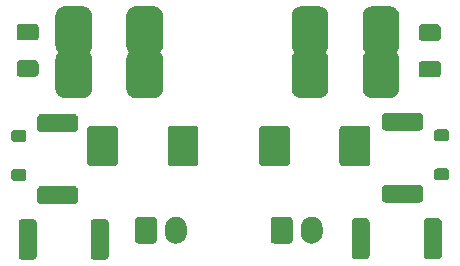
<source format=gbr>
G04 #@! TF.GenerationSoftware,KiCad,Pcbnew,7.0.8*
G04 #@! TF.CreationDate,2024-01-11T23:18:00-05:00*
G04 #@! TF.ProjectId,cm300-board,636d3330-302d-4626-9f61-72642e6b6963,rev?*
G04 #@! TF.SameCoordinates,Original*
G04 #@! TF.FileFunction,Soldermask,Top*
G04 #@! TF.FilePolarity,Negative*
%FSLAX46Y46*%
G04 Gerber Fmt 4.6, Leading zero omitted, Abs format (unit mm)*
G04 Created by KiCad (PCBNEW 7.0.8) date 2024-01-11 23:18:00*
%MOMM*%
%LPD*%
G01*
G04 APERTURE LIST*
G04 APERTURE END LIST*
G36*
X-1002607835Y1039275999D02*
G01*
X-1002597999Y1039276000D01*
X-1002529085Y1039268005D01*
X-1002513270Y1039261022D01*
X-1002505466Y1039259786D01*
X-1002472953Y1039243219D01*
X-1002427894Y1039223324D01*
X-1002349676Y1039145106D01*
X-1002329783Y1039100054D01*
X-1002313213Y1039067533D01*
X-1002311976Y1039059726D01*
X-1002304995Y1039043915D01*
X-1002297001Y1038975000D01*
X-1002297000Y1038965169D01*
X-1002297000Y1038965163D01*
X-1002297000Y1037496837D01*
X-1002297000Y1036124999D01*
X-1002304995Y1036056085D01*
X-1002311976Y1036040273D01*
X-1002313213Y1036032466D01*
X-1002329786Y1035999938D01*
X-1002349676Y1035954894D01*
X-1002427894Y1035876676D01*
X-1002472938Y1035856786D01*
X-1002505466Y1035840213D01*
X-1002513273Y1035838976D01*
X-1002529085Y1035831995D01*
X-1002598000Y1035824001D01*
X-1002607829Y1035824000D01*
X-1002607836Y1035824000D01*
X-1003488164Y1035824000D01*
X-1003498001Y1035824000D01*
X-1003566915Y1035831995D01*
X-1003582726Y1035838976D01*
X-1003590533Y1035840213D01*
X-1003623054Y1035856783D01*
X-1003668106Y1035876676D01*
X-1003746324Y1035954894D01*
X-1003766219Y1035999953D01*
X-1003782786Y1036032466D01*
X-1003784022Y1036040270D01*
X-1003791005Y1036056085D01*
X-1003798999Y1036125000D01*
X-1003798999Y1036134829D01*
X-1003799000Y1036134836D01*
X-1003799000Y1038965163D01*
X-1003798999Y1038965163D01*
X-1003799000Y1038975001D01*
X-1003791005Y1039043915D01*
X-1003784021Y1039059729D01*
X-1003782786Y1039067533D01*
X-1003766223Y1039100039D01*
X-1003746324Y1039145106D01*
X-1003668106Y1039223324D01*
X-1003623039Y1039243223D01*
X-1003590533Y1039259786D01*
X-1003582729Y1039261021D01*
X-1003566915Y1039268005D01*
X-1003498000Y1039275999D01*
X-1003488170Y1039275999D01*
X-1003488164Y1039276000D01*
X-1002607836Y1039276000D01*
X-1002607835Y1039275999D01*
G37*
G36*
X-996507835Y1039275999D02*
G01*
X-996497999Y1039276000D01*
X-996429085Y1039268005D01*
X-996413270Y1039261022D01*
X-996405466Y1039259786D01*
X-996372953Y1039243219D01*
X-996327894Y1039223324D01*
X-996249676Y1039145106D01*
X-996229783Y1039100054D01*
X-996213213Y1039067533D01*
X-996211976Y1039059726D01*
X-996204995Y1039043915D01*
X-996197001Y1038975000D01*
X-996197000Y1038965169D01*
X-996197000Y1038965163D01*
X-996197000Y1037496837D01*
X-996197000Y1036124999D01*
X-996204995Y1036056085D01*
X-996211976Y1036040273D01*
X-996213213Y1036032466D01*
X-996229786Y1035999938D01*
X-996249676Y1035954894D01*
X-996327894Y1035876676D01*
X-996372938Y1035856786D01*
X-996405466Y1035840213D01*
X-996413273Y1035838976D01*
X-996429085Y1035831995D01*
X-996498000Y1035824001D01*
X-996507829Y1035824000D01*
X-996507836Y1035824000D01*
X-997388164Y1035824000D01*
X-997398001Y1035824000D01*
X-997466915Y1035831995D01*
X-997482726Y1035838976D01*
X-997490533Y1035840213D01*
X-997523054Y1035856783D01*
X-997568106Y1035876676D01*
X-997646324Y1035954894D01*
X-997666219Y1035999953D01*
X-997682786Y1036032466D01*
X-997684022Y1036040270D01*
X-997691005Y1036056085D01*
X-997698999Y1036125000D01*
X-997698999Y1036134829D01*
X-997699000Y1036134836D01*
X-997699000Y1038965163D01*
X-997698999Y1038965163D01*
X-997699000Y1038975001D01*
X-997691005Y1039043915D01*
X-997684021Y1039059729D01*
X-997682786Y1039067533D01*
X-997666223Y1039100039D01*
X-997646324Y1039145106D01*
X-997568106Y1039223324D01*
X-997523039Y1039243223D01*
X-997490533Y1039259786D01*
X-997482729Y1039261021D01*
X-997466915Y1039268005D01*
X-997398000Y1039275999D01*
X-997388170Y1039275999D01*
X-997388164Y1039276000D01*
X-996507836Y1039276000D01*
X-996507835Y1039275999D01*
G37*
G36*
X-974409835Y1039325999D02*
G01*
X-974399999Y1039326000D01*
X-974331085Y1039318005D01*
X-974315270Y1039311022D01*
X-974307466Y1039309786D01*
X-974274953Y1039293219D01*
X-974229894Y1039273324D01*
X-974151676Y1039195106D01*
X-974131783Y1039150054D01*
X-974115213Y1039117533D01*
X-974113976Y1039109726D01*
X-974106995Y1039093915D01*
X-974099001Y1039025000D01*
X-974099000Y1039015169D01*
X-974099000Y1039015163D01*
X-974099000Y1037595656D01*
X-974099000Y1036174999D01*
X-974106995Y1036106085D01*
X-974113976Y1036090273D01*
X-974115213Y1036082466D01*
X-974131786Y1036049938D01*
X-974151676Y1036004894D01*
X-974229894Y1035926676D01*
X-974274938Y1035906786D01*
X-974307466Y1035890213D01*
X-974315273Y1035888976D01*
X-974331085Y1035881995D01*
X-974400000Y1035874001D01*
X-974409829Y1035874000D01*
X-974409836Y1035874000D01*
X-975290164Y1035874000D01*
X-975300001Y1035874000D01*
X-975368915Y1035881995D01*
X-975384726Y1035888976D01*
X-975392533Y1035890213D01*
X-975425054Y1035906783D01*
X-975470106Y1035926676D01*
X-975548324Y1036004894D01*
X-975568219Y1036049953D01*
X-975584786Y1036082466D01*
X-975586022Y1036090270D01*
X-975593005Y1036106085D01*
X-975600999Y1036175000D01*
X-975600999Y1036184829D01*
X-975601000Y1036184836D01*
X-975601000Y1039015163D01*
X-975600999Y1039015163D01*
X-975601000Y1039025001D01*
X-975593005Y1039093915D01*
X-975586021Y1039109729D01*
X-975584786Y1039117533D01*
X-975568223Y1039150039D01*
X-975548324Y1039195106D01*
X-975470106Y1039273324D01*
X-975425039Y1039293223D01*
X-975392533Y1039309786D01*
X-975384729Y1039311021D01*
X-975368915Y1039318005D01*
X-975300000Y1039325999D01*
X-975290170Y1039325999D01*
X-975290164Y1039326000D01*
X-974409836Y1039326000D01*
X-974409835Y1039325999D01*
G37*
G36*
X-968309835Y1039325999D02*
G01*
X-968299999Y1039326000D01*
X-968231085Y1039318005D01*
X-968215270Y1039311022D01*
X-968207466Y1039309786D01*
X-968174953Y1039293219D01*
X-968129894Y1039273324D01*
X-968051676Y1039195106D01*
X-968031783Y1039150054D01*
X-968015213Y1039117533D01*
X-968013976Y1039109726D01*
X-968006995Y1039093915D01*
X-967999001Y1039025000D01*
X-967999000Y1039015169D01*
X-967999000Y1039015163D01*
X-967999000Y1037595656D01*
X-967999000Y1036174999D01*
X-968006995Y1036106085D01*
X-968013976Y1036090273D01*
X-968015213Y1036082466D01*
X-968031786Y1036049938D01*
X-968051676Y1036004894D01*
X-968129894Y1035926676D01*
X-968174938Y1035906786D01*
X-968207466Y1035890213D01*
X-968215273Y1035888976D01*
X-968231085Y1035881995D01*
X-968300000Y1035874001D01*
X-968309829Y1035874000D01*
X-968309836Y1035874000D01*
X-969190164Y1035874000D01*
X-969200001Y1035874000D01*
X-969268915Y1035881995D01*
X-969284726Y1035888976D01*
X-969292533Y1035890213D01*
X-969325054Y1035906783D01*
X-969370106Y1035926676D01*
X-969448324Y1036004894D01*
X-969468219Y1036049953D01*
X-969484786Y1036082466D01*
X-969486022Y1036090270D01*
X-969493005Y1036106085D01*
X-969500999Y1036175000D01*
X-969500999Y1036184829D01*
X-969501000Y1036184836D01*
X-969501000Y1039015163D01*
X-969500999Y1039015163D01*
X-969501000Y1039025001D01*
X-969493005Y1039093915D01*
X-969486021Y1039109729D01*
X-969484786Y1039117533D01*
X-969468223Y1039150039D01*
X-969448324Y1039195106D01*
X-969370106Y1039273324D01*
X-969325039Y1039293223D01*
X-969292533Y1039309786D01*
X-969284729Y1039311021D01*
X-969268915Y1039318005D01*
X-969200000Y1039325999D01*
X-969190170Y1039325999D01*
X-969190164Y1039326000D01*
X-968309836Y1039326000D01*
X-968309835Y1039325999D01*
G37*
G36*
X-992351086Y1039470005D02*
G01*
X-992335270Y1039463021D01*
X-992327468Y1039461786D01*
X-992294967Y1039445226D01*
X-992249894Y1039425324D01*
X-992171676Y1039347106D01*
X-992151776Y1039302039D01*
X-992135213Y1039269531D01*
X-992133976Y1039261726D01*
X-992126995Y1039245914D01*
X-992119000Y1039177000D01*
X-992119000Y1037487000D01*
X-992126995Y1037418086D01*
X-992133976Y1037402274D01*
X-992135213Y1037394468D01*
X-992151780Y1037361953D01*
X-992171676Y1037316894D01*
X-992249894Y1037238676D01*
X-992294953Y1037218780D01*
X-992327468Y1037202213D01*
X-992335274Y1037200976D01*
X-992351086Y1037193995D01*
X-992420000Y1037186000D01*
X-992429836Y1037186000D01*
X-993650162Y1037186000D01*
X-993660000Y1037186000D01*
X-993728914Y1037193995D01*
X-993744726Y1037200976D01*
X-993752531Y1037202213D01*
X-993785039Y1037218776D01*
X-993830106Y1037238676D01*
X-993908324Y1037316894D01*
X-993928226Y1037361967D01*
X-993944786Y1037394468D01*
X-993946021Y1037402270D01*
X-993953005Y1037418086D01*
X-993961000Y1037487000D01*
X-993961000Y1039177000D01*
X-993953005Y1039245914D01*
X-993946021Y1039261729D01*
X-993944786Y1039269531D01*
X-993928229Y1039302024D01*
X-993908324Y1039347106D01*
X-993830106Y1039425324D01*
X-993785024Y1039445229D01*
X-993752531Y1039461786D01*
X-993744729Y1039463021D01*
X-993728914Y1039470005D01*
X-993660000Y1039478000D01*
X-992420000Y1039478000D01*
X-992351086Y1039470005D01*
G37*
G36*
X-980851086Y1039470005D02*
G01*
X-980835270Y1039463021D01*
X-980827468Y1039461786D01*
X-980794967Y1039445226D01*
X-980749894Y1039425324D01*
X-980671676Y1039347106D01*
X-980651776Y1039302039D01*
X-980635213Y1039269531D01*
X-980633976Y1039261726D01*
X-980626995Y1039245914D01*
X-980619000Y1039177000D01*
X-980619000Y1037487000D01*
X-980626995Y1037418086D01*
X-980633976Y1037402274D01*
X-980635213Y1037394468D01*
X-980651780Y1037361953D01*
X-980671676Y1037316894D01*
X-980749894Y1037238676D01*
X-980794953Y1037218780D01*
X-980827468Y1037202213D01*
X-980835274Y1037200976D01*
X-980851086Y1037193995D01*
X-980920000Y1037186000D01*
X-980929836Y1037186000D01*
X-982150162Y1037186000D01*
X-982160000Y1037186000D01*
X-982228914Y1037193995D01*
X-982244726Y1037200976D01*
X-982252531Y1037202213D01*
X-982285039Y1037218776D01*
X-982330106Y1037238676D01*
X-982408324Y1037316894D01*
X-982428226Y1037361967D01*
X-982444786Y1037394468D01*
X-982446021Y1037402270D01*
X-982453005Y1037418086D01*
X-982461000Y1037487000D01*
X-982461000Y1039177000D01*
X-982453005Y1039245914D01*
X-982446021Y1039261729D01*
X-982444786Y1039269531D01*
X-982428229Y1039302024D01*
X-982408324Y1039347106D01*
X-982330106Y1039425324D01*
X-982285024Y1039445229D01*
X-982252531Y1039461786D01*
X-982244729Y1039463021D01*
X-982228914Y1039470005D01*
X-982160000Y1039478000D01*
X-980920000Y1039478000D01*
X-980851086Y1039470005D01*
G37*
G36*
X-990454923Y1039472955D02*
G01*
X-990403729Y1039472955D01*
X-990359520Y1039463558D01*
X-990320442Y1039459709D01*
X-990271344Y1039444815D01*
X-990215395Y1039432923D01*
X-990179595Y1039416984D01*
X-990147777Y1039407332D01*
X-990097205Y1039380301D01*
X-990039500Y1039354609D01*
X-990012674Y1039335118D01*
X-989988656Y1039322281D01*
X-989939660Y1039282071D01*
X-989883731Y1039241436D01*
X-989865570Y1039221266D01*
X-989849182Y1039207817D01*
X-989805143Y1039154156D01*
X-989754895Y1039098350D01*
X-989744338Y1039080065D01*
X-989734718Y1039068343D01*
X-989699126Y1039001755D01*
X-989658625Y1038931604D01*
X-989653965Y1038917264D01*
X-989649667Y1038909222D01*
X-989625972Y1038831109D01*
X-989599126Y1038748487D01*
X-989598180Y1038739493D01*
X-989597290Y1038736557D01*
X-989588616Y1038648491D01*
X-989579000Y1038557000D01*
X-989579000Y1038107000D01*
X-989588614Y1038015523D01*
X-989597290Y1037927442D01*
X-989598180Y1037924505D01*
X-989599126Y1037915513D01*
X-989625967Y1037832904D01*
X-989649667Y1037754777D01*
X-989653966Y1037746732D01*
X-989658625Y1037732396D01*
X-989699119Y1037662256D01*
X-989734718Y1037595656D01*
X-989744340Y1037583930D01*
X-989754895Y1037565650D01*
X-989805134Y1037509853D01*
X-989849182Y1037456182D01*
X-989865573Y1037442729D01*
X-989883731Y1037422564D01*
X-989939650Y1037381936D01*
X-989988656Y1037341718D01*
X-990012679Y1037328877D01*
X-990039500Y1037309391D01*
X-990097194Y1037283703D01*
X-990147777Y1037256667D01*
X-990179602Y1037247012D01*
X-990215395Y1037231077D01*
X-990271333Y1037219186D01*
X-990320442Y1037204290D01*
X-990359529Y1037200439D01*
X-990403729Y1037191045D01*
X-990454913Y1037191045D01*
X-990500000Y1037186604D01*
X-990545087Y1037191045D01*
X-990596271Y1037191045D01*
X-990640471Y1037200440D01*
X-990679557Y1037204290D01*
X-990728663Y1037219186D01*
X-990784605Y1037231077D01*
X-990820399Y1037247013D01*
X-990852222Y1037256667D01*
X-990902799Y1037283700D01*
X-990960500Y1037309391D01*
X-990987323Y1037328879D01*
X-991011343Y1037341718D01*
X-991060341Y1037381929D01*
X-991116269Y1037422564D01*
X-991134429Y1037442732D01*
X-991150817Y1037456182D01*
X-991194854Y1037509841D01*
X-991245105Y1037565650D01*
X-991255661Y1037583934D01*
X-991265281Y1037595656D01*
X-991300867Y1037662233D01*
X-991341375Y1037732396D01*
X-991346034Y1037746737D01*
X-991350332Y1037754777D01*
X-991374017Y1037832857D01*
X-991400874Y1037915513D01*
X-991401819Y1037924510D01*
X-991402709Y1037927442D01*
X-991411377Y1038015444D01*
X-991421000Y1038107000D01*
X-991421000Y1038557000D01*
X-991411375Y1038648570D01*
X-991402709Y1038736557D01*
X-991401819Y1038739488D01*
X-991400874Y1038748487D01*
X-991374012Y1038831156D01*
X-991350332Y1038909222D01*
X-991346035Y1038917259D01*
X-991341375Y1038931604D01*
X-991300859Y1039001778D01*
X-991265281Y1039068343D01*
X-991255663Y1039080061D01*
X-991245105Y1039098350D01*
X-991194844Y1039154169D01*
X-991150817Y1039207817D01*
X-991134432Y1039221263D01*
X-991116269Y1039241436D01*
X-991060330Y1039282077D01*
X-991011343Y1039322281D01*
X-990987328Y1039335116D01*
X-990960500Y1039354609D01*
X-990902788Y1039380304D01*
X-990852222Y1039407332D01*
X-990820406Y1039416983D01*
X-990784605Y1039432923D01*
X-990728652Y1039444816D01*
X-990679557Y1039459709D01*
X-990640479Y1039463558D01*
X-990596271Y1039472955D01*
X-990545077Y1039472955D01*
X-990500000Y1039477395D01*
X-990454923Y1039472955D01*
G37*
G36*
X-978954923Y1039472955D02*
G01*
X-978903729Y1039472955D01*
X-978859520Y1039463558D01*
X-978820442Y1039459709D01*
X-978771344Y1039444815D01*
X-978715395Y1039432923D01*
X-978679595Y1039416984D01*
X-978647777Y1039407332D01*
X-978597205Y1039380301D01*
X-978539500Y1039354609D01*
X-978512674Y1039335118D01*
X-978488656Y1039322281D01*
X-978439660Y1039282071D01*
X-978383731Y1039241436D01*
X-978365570Y1039221266D01*
X-978349182Y1039207817D01*
X-978305143Y1039154156D01*
X-978254895Y1039098350D01*
X-978244338Y1039080065D01*
X-978234718Y1039068343D01*
X-978199126Y1039001755D01*
X-978158625Y1038931604D01*
X-978153965Y1038917264D01*
X-978149667Y1038909222D01*
X-978125972Y1038831109D01*
X-978099126Y1038748487D01*
X-978098180Y1038739493D01*
X-978097290Y1038736557D01*
X-978088616Y1038648491D01*
X-978079000Y1038557000D01*
X-978079000Y1038107000D01*
X-978088614Y1038015523D01*
X-978097290Y1037927442D01*
X-978098180Y1037924505D01*
X-978099126Y1037915513D01*
X-978125967Y1037832904D01*
X-978149667Y1037754777D01*
X-978153966Y1037746732D01*
X-978158625Y1037732396D01*
X-978199119Y1037662256D01*
X-978234718Y1037595656D01*
X-978244340Y1037583930D01*
X-978254895Y1037565650D01*
X-978305134Y1037509853D01*
X-978349182Y1037456182D01*
X-978365573Y1037442729D01*
X-978383731Y1037422564D01*
X-978439650Y1037381936D01*
X-978488656Y1037341718D01*
X-978512679Y1037328877D01*
X-978539500Y1037309391D01*
X-978597194Y1037283703D01*
X-978647777Y1037256667D01*
X-978679602Y1037247012D01*
X-978715395Y1037231077D01*
X-978771333Y1037219186D01*
X-978820442Y1037204290D01*
X-978859529Y1037200439D01*
X-978903729Y1037191045D01*
X-978954913Y1037191045D01*
X-979000000Y1037186604D01*
X-979045087Y1037191045D01*
X-979096271Y1037191045D01*
X-979140471Y1037200440D01*
X-979179557Y1037204290D01*
X-979228663Y1037219186D01*
X-979284605Y1037231077D01*
X-979320399Y1037247013D01*
X-979352222Y1037256667D01*
X-979402799Y1037283700D01*
X-979460500Y1037309391D01*
X-979487323Y1037328879D01*
X-979511343Y1037341718D01*
X-979560341Y1037381929D01*
X-979616269Y1037422564D01*
X-979634429Y1037442732D01*
X-979650817Y1037456182D01*
X-979694854Y1037509841D01*
X-979745105Y1037565650D01*
X-979755661Y1037583934D01*
X-979765281Y1037595656D01*
X-979800867Y1037662233D01*
X-979841375Y1037732396D01*
X-979846034Y1037746737D01*
X-979850332Y1037754777D01*
X-979874017Y1037832857D01*
X-979900874Y1037915513D01*
X-979901819Y1037924510D01*
X-979902709Y1037927442D01*
X-979911377Y1038015444D01*
X-979921000Y1038107000D01*
X-979921000Y1038557000D01*
X-979911375Y1038648570D01*
X-979902709Y1038736557D01*
X-979901819Y1038739488D01*
X-979900874Y1038748487D01*
X-979874012Y1038831156D01*
X-979850332Y1038909222D01*
X-979846035Y1038917259D01*
X-979841375Y1038931604D01*
X-979800859Y1039001778D01*
X-979765281Y1039068343D01*
X-979755663Y1039080061D01*
X-979745105Y1039098350D01*
X-979694844Y1039154169D01*
X-979650817Y1039207817D01*
X-979634432Y1039221263D01*
X-979616269Y1039241436D01*
X-979560330Y1039282077D01*
X-979511343Y1039322281D01*
X-979487328Y1039335116D01*
X-979460500Y1039354609D01*
X-979402788Y1039380304D01*
X-979352222Y1039407332D01*
X-979320406Y1039416983D01*
X-979284605Y1039432923D01*
X-979228652Y1039444816D01*
X-979179557Y1039459709D01*
X-979140479Y1039463558D01*
X-979096271Y1039472955D01*
X-979045077Y1039472955D01*
X-979000000Y1039477395D01*
X-978954923Y1039472955D01*
G37*
G36*
X-999090835Y1042050999D02*
G01*
X-999080999Y1042051000D01*
X-999012085Y1042043005D01*
X-998996270Y1042036022D01*
X-998988466Y1042034786D01*
X-998955953Y1042018219D01*
X-998910894Y1041998324D01*
X-998832676Y1041920106D01*
X-998812783Y1041875054D01*
X-998796213Y1041842533D01*
X-998794976Y1041834726D01*
X-998787995Y1041818915D01*
X-998780001Y1041750000D01*
X-998780000Y1041740169D01*
X-998780000Y1041740163D01*
X-998780000Y1040959836D01*
X-998780000Y1040849999D01*
X-998787995Y1040781085D01*
X-998794976Y1040765273D01*
X-998796213Y1040757466D01*
X-998812786Y1040724938D01*
X-998832676Y1040679894D01*
X-998910894Y1040601676D01*
X-998955938Y1040581786D01*
X-998988466Y1040565213D01*
X-998996273Y1040563976D01*
X-999012085Y1040556995D01*
X-999081000Y1040549001D01*
X-999090829Y1040549000D01*
X-999090836Y1040549000D01*
X-1001921164Y1040549000D01*
X-1001931001Y1040549000D01*
X-1001999915Y1040556995D01*
X-1002015726Y1040563976D01*
X-1002023533Y1040565213D01*
X-1002056054Y1040581783D01*
X-1002101106Y1040601676D01*
X-1002179324Y1040679894D01*
X-1002199219Y1040724953D01*
X-1002215786Y1040757466D01*
X-1002217022Y1040765270D01*
X-1002224005Y1040781085D01*
X-1002231999Y1040850000D01*
X-1002231999Y1040859829D01*
X-1002232000Y1040859836D01*
X-1002232000Y1041740163D01*
X-1002231999Y1041740163D01*
X-1002232000Y1041750001D01*
X-1002224005Y1041818915D01*
X-1002217021Y1041834729D01*
X-1002215786Y1041842533D01*
X-1002199223Y1041875039D01*
X-1002179324Y1041920106D01*
X-1002101106Y1041998324D01*
X-1002056039Y1042018223D01*
X-1002023533Y1042034786D01*
X-1002015729Y1042036021D01*
X-1001999915Y1042043005D01*
X-1001931000Y1042050999D01*
X-1001921170Y1042050999D01*
X-1001921164Y1042051000D01*
X-999090836Y1042051000D01*
X-999090835Y1042050999D01*
G37*
G36*
X-969880835Y1042150999D02*
G01*
X-969870999Y1042151000D01*
X-969802085Y1042143005D01*
X-969786270Y1042136022D01*
X-969778466Y1042134786D01*
X-969745953Y1042118219D01*
X-969700894Y1042098324D01*
X-969622676Y1042020106D01*
X-969602783Y1041975054D01*
X-969586213Y1041942533D01*
X-969584976Y1041934726D01*
X-969577995Y1041918915D01*
X-969570001Y1041850000D01*
X-969570000Y1041840169D01*
X-969570000Y1041840163D01*
X-969570000Y1040959836D01*
X-969570000Y1040949999D01*
X-969577995Y1040881085D01*
X-969584976Y1040865273D01*
X-969586213Y1040857466D01*
X-969602786Y1040824938D01*
X-969622676Y1040779894D01*
X-969700894Y1040701676D01*
X-969745938Y1040681786D01*
X-969778466Y1040665213D01*
X-969786273Y1040663976D01*
X-969802085Y1040656995D01*
X-969871000Y1040649001D01*
X-969880829Y1040649000D01*
X-969880836Y1040649000D01*
X-972711164Y1040649000D01*
X-972721001Y1040649000D01*
X-972789915Y1040656995D01*
X-972805726Y1040663976D01*
X-972813533Y1040665213D01*
X-972846054Y1040681783D01*
X-972891106Y1040701676D01*
X-972969324Y1040779894D01*
X-972989219Y1040824953D01*
X-973005786Y1040857466D01*
X-973007022Y1040865270D01*
X-973014005Y1040881085D01*
X-973021999Y1040950000D01*
X-973021999Y1040959829D01*
X-973022000Y1040959836D01*
X-973022000Y1041840163D01*
X-973021999Y1041840163D01*
X-973022000Y1041850001D01*
X-973014005Y1041918915D01*
X-973007021Y1041934729D01*
X-973005786Y1041942533D01*
X-972989223Y1041975039D01*
X-972969324Y1042020106D01*
X-972891106Y1042098324D01*
X-972846039Y1042118223D01*
X-972813533Y1042134786D01*
X-972805729Y1042136021D01*
X-972789915Y1042143005D01*
X-972721000Y1042150999D01*
X-972711170Y1042150999D01*
X-972711164Y1042151000D01*
X-969880836Y1042151000D01*
X-969880835Y1042150999D01*
G37*
G36*
X-1003394545Y1043493351D02*
G01*
X-1003348193Y1043486010D01*
X-1003342144Y1043482927D01*
X-1003327379Y1043479991D01*
X-1003298471Y1043460674D01*
X-1003271688Y1043447028D01*
X-1003258881Y1043434221D01*
X-1003237839Y1043420161D01*
X-1003223778Y1043399118D01*
X-1003210971Y1043386311D01*
X-1003197323Y1043359525D01*
X-1003178009Y1043330621D01*
X-1003175072Y1043315857D01*
X-1003171989Y1043309806D01*
X-1003164644Y1043263433D01*
X-1003157000Y1043225000D01*
X-1003157000Y1042775000D01*
X-1003164644Y1042736570D01*
X-1003171989Y1042690193D01*
X-1003175072Y1042684141D01*
X-1003178009Y1042669379D01*
X-1003197320Y1042640477D01*
X-1003210971Y1042613688D01*
X-1003223780Y1042600878D01*
X-1003237839Y1042579839D01*
X-1003258878Y1042565780D01*
X-1003271688Y1042552971D01*
X-1003298477Y1042539320D01*
X-1003327379Y1042520009D01*
X-1003342141Y1042517072D01*
X-1003348193Y1042513989D01*
X-1003394570Y1042506644D01*
X-1003433000Y1042499000D01*
X-1003442836Y1042499000D01*
X-1004173163Y1042499000D01*
X-1004183000Y1042499000D01*
X-1004221433Y1042506644D01*
X-1004267806Y1042513989D01*
X-1004273857Y1042517072D01*
X-1004288621Y1042520009D01*
X-1004317525Y1042539323D01*
X-1004344311Y1042552971D01*
X-1004357118Y1042565778D01*
X-1004378161Y1042579839D01*
X-1004392221Y1042600881D01*
X-1004405028Y1042613688D01*
X-1004418674Y1042640471D01*
X-1004437991Y1042669379D01*
X-1004440927Y1042684144D01*
X-1004444010Y1042690193D01*
X-1004451351Y1042736545D01*
X-1004459000Y1042775000D01*
X-1004459000Y1043225000D01*
X-1004451350Y1043263458D01*
X-1004444010Y1043309806D01*
X-1004440928Y1043315854D01*
X-1004437991Y1043330621D01*
X-1004418672Y1043359532D01*
X-1004405028Y1043386311D01*
X-1004392223Y1043399115D01*
X-1004378161Y1043420161D01*
X-1004357115Y1043434223D01*
X-1004344311Y1043447028D01*
X-1004317532Y1043460672D01*
X-1004288621Y1043479991D01*
X-1004273854Y1043482928D01*
X-1004267806Y1043486010D01*
X-1004221458Y1043493350D01*
X-1004183000Y1043501000D01*
X-1003433000Y1043501000D01*
X-1003394545Y1043493351D01*
G37*
G36*
X-967580545Y1043548351D02*
G01*
X-967534193Y1043541010D01*
X-967528144Y1043537927D01*
X-967513379Y1043534991D01*
X-967484471Y1043515674D01*
X-967457688Y1043502028D01*
X-967444881Y1043489221D01*
X-967423839Y1043475161D01*
X-967409778Y1043454118D01*
X-967396971Y1043441311D01*
X-967383323Y1043414525D01*
X-967364009Y1043385621D01*
X-967361072Y1043370857D01*
X-967357989Y1043364806D01*
X-967350644Y1043318433D01*
X-967343000Y1043280000D01*
X-967343000Y1042830000D01*
X-967350644Y1042791570D01*
X-967357989Y1042745193D01*
X-967361072Y1042739141D01*
X-967364009Y1042724379D01*
X-967383320Y1042695477D01*
X-967396971Y1042668688D01*
X-967409780Y1042655878D01*
X-967423839Y1042634839D01*
X-967444878Y1042620780D01*
X-967457688Y1042607971D01*
X-967484477Y1042594320D01*
X-967513379Y1042575009D01*
X-967528141Y1042572072D01*
X-967534193Y1042568989D01*
X-967580570Y1042561644D01*
X-967619000Y1042554000D01*
X-967628836Y1042554000D01*
X-968359163Y1042554000D01*
X-968369000Y1042554000D01*
X-968407433Y1042561644D01*
X-968453806Y1042568989D01*
X-968459857Y1042572072D01*
X-968474621Y1042575009D01*
X-968503525Y1042594323D01*
X-968530311Y1042607971D01*
X-968543118Y1042620778D01*
X-968564161Y1042634839D01*
X-968578221Y1042655881D01*
X-968591028Y1042668688D01*
X-968604674Y1042695471D01*
X-968623991Y1042724379D01*
X-968626927Y1042739144D01*
X-968630010Y1042745193D01*
X-968637351Y1042791545D01*
X-968645000Y1042830000D01*
X-968645000Y1043280000D01*
X-968637350Y1043318458D01*
X-968630010Y1043364806D01*
X-968626928Y1043370854D01*
X-968623991Y1043385621D01*
X-968604672Y1043414532D01*
X-968591028Y1043441311D01*
X-968578223Y1043454115D01*
X-968564161Y1043475161D01*
X-968543115Y1043489223D01*
X-968530311Y1043502028D01*
X-968503532Y1043515672D01*
X-968474621Y1043534991D01*
X-968459854Y1043537928D01*
X-968453806Y1043541010D01*
X-968407458Y1043548350D01*
X-968369000Y1043556000D01*
X-967619000Y1043556000D01*
X-967580545Y1043548351D01*
G37*
G36*
X-995631086Y1047157005D02*
G01*
X-995615270Y1047150021D01*
X-995607468Y1047148786D01*
X-995574967Y1047132226D01*
X-995529894Y1047112324D01*
X-995451676Y1047034106D01*
X-995431776Y1046989039D01*
X-995415213Y1046956531D01*
X-995413976Y1046948726D01*
X-995406995Y1046932914D01*
X-995399000Y1046864000D01*
X-995399000Y1044064000D01*
X-995406995Y1043995086D01*
X-995413976Y1043979274D01*
X-995415213Y1043971468D01*
X-995431780Y1043938953D01*
X-995451676Y1043893894D01*
X-995529894Y1043815676D01*
X-995574953Y1043795780D01*
X-995607468Y1043779213D01*
X-995615274Y1043777976D01*
X-995631086Y1043770995D01*
X-995700000Y1043763000D01*
X-995709836Y1043763000D01*
X-997690162Y1043763000D01*
X-997700000Y1043763000D01*
X-997768914Y1043770995D01*
X-997784726Y1043777976D01*
X-997792531Y1043779213D01*
X-997825039Y1043795776D01*
X-997870106Y1043815676D01*
X-997948324Y1043893894D01*
X-997968226Y1043938967D01*
X-997984786Y1043971468D01*
X-997986021Y1043979270D01*
X-997993005Y1043995086D01*
X-998001000Y1044064000D01*
X-998001000Y1046864000D01*
X-997993005Y1046932914D01*
X-997986021Y1046948729D01*
X-997984786Y1046956531D01*
X-997968229Y1046989024D01*
X-997948324Y1047034106D01*
X-997870106Y1047112324D01*
X-997825024Y1047132229D01*
X-997792531Y1047148786D01*
X-997784729Y1047150021D01*
X-997768914Y1047157005D01*
X-997700000Y1047165000D01*
X-995700000Y1047165000D01*
X-995631086Y1047157005D01*
G37*
G36*
X-988831086Y1047157005D02*
G01*
X-988815270Y1047150021D01*
X-988807468Y1047148786D01*
X-988774967Y1047132226D01*
X-988729894Y1047112324D01*
X-988651676Y1047034106D01*
X-988631776Y1046989039D01*
X-988615213Y1046956531D01*
X-988613976Y1046948726D01*
X-988606995Y1046932914D01*
X-988599000Y1046864000D01*
X-988599000Y1044064000D01*
X-988606995Y1043995086D01*
X-988613976Y1043979274D01*
X-988615213Y1043971468D01*
X-988631780Y1043938953D01*
X-988651676Y1043893894D01*
X-988729894Y1043815676D01*
X-988774953Y1043795780D01*
X-988807468Y1043779213D01*
X-988815274Y1043777976D01*
X-988831086Y1043770995D01*
X-988900000Y1043763000D01*
X-988909836Y1043763000D01*
X-990890162Y1043763000D01*
X-990900000Y1043763000D01*
X-990968914Y1043770995D01*
X-990984726Y1043777976D01*
X-990992531Y1043779213D01*
X-991025039Y1043795776D01*
X-991070106Y1043815676D01*
X-991148324Y1043893894D01*
X-991168226Y1043938967D01*
X-991184786Y1043971468D01*
X-991186021Y1043979270D01*
X-991193005Y1043995086D01*
X-991201000Y1044064000D01*
X-991201000Y1046864000D01*
X-991193005Y1046932914D01*
X-991186021Y1046948729D01*
X-991184786Y1046956531D01*
X-991168229Y1046989024D01*
X-991148324Y1047034106D01*
X-991070106Y1047112324D01*
X-991025024Y1047132229D01*
X-990992531Y1047148786D01*
X-990984729Y1047150021D01*
X-990968914Y1047157005D01*
X-990900000Y1047165000D01*
X-988900000Y1047165000D01*
X-988831086Y1047157005D01*
G37*
G36*
X-981081086Y1047157005D02*
G01*
X-981065270Y1047150021D01*
X-981057468Y1047148786D01*
X-981024967Y1047132226D01*
X-980979894Y1047112324D01*
X-980901676Y1047034106D01*
X-980881776Y1046989039D01*
X-980865213Y1046956531D01*
X-980863976Y1046948726D01*
X-980856995Y1046932914D01*
X-980849000Y1046864000D01*
X-980849000Y1044064000D01*
X-980856995Y1043995086D01*
X-980863976Y1043979274D01*
X-980865213Y1043971468D01*
X-980881780Y1043938953D01*
X-980901676Y1043893894D01*
X-980979894Y1043815676D01*
X-981024953Y1043795780D01*
X-981057468Y1043779213D01*
X-981065274Y1043777976D01*
X-981081086Y1043770995D01*
X-981150000Y1043763000D01*
X-981159836Y1043763000D01*
X-983140162Y1043763000D01*
X-983150000Y1043763000D01*
X-983218914Y1043770995D01*
X-983234726Y1043777976D01*
X-983242531Y1043779213D01*
X-983275039Y1043795776D01*
X-983320106Y1043815676D01*
X-983398324Y1043893894D01*
X-983418226Y1043938967D01*
X-983434786Y1043971468D01*
X-983436021Y1043979270D01*
X-983443005Y1043995086D01*
X-983451000Y1044064000D01*
X-983451000Y1046864000D01*
X-983443005Y1046932914D01*
X-983436021Y1046948729D01*
X-983434786Y1046956531D01*
X-983418229Y1046989024D01*
X-983398324Y1047034106D01*
X-983320106Y1047112324D01*
X-983275024Y1047132229D01*
X-983242531Y1047148786D01*
X-983234729Y1047150021D01*
X-983218914Y1047157005D01*
X-983150000Y1047165000D01*
X-981150000Y1047165000D01*
X-981081086Y1047157005D01*
G37*
G36*
X-974281086Y1047157005D02*
G01*
X-974265270Y1047150021D01*
X-974257468Y1047148786D01*
X-974224967Y1047132226D01*
X-974179894Y1047112324D01*
X-974101676Y1047034106D01*
X-974081776Y1046989039D01*
X-974065213Y1046956531D01*
X-974063976Y1046948726D01*
X-974056995Y1046932914D01*
X-974049000Y1046864000D01*
X-974049000Y1044064000D01*
X-974056995Y1043995086D01*
X-974063976Y1043979274D01*
X-974065213Y1043971468D01*
X-974081780Y1043938953D01*
X-974101676Y1043893894D01*
X-974179894Y1043815676D01*
X-974224953Y1043795780D01*
X-974257468Y1043779213D01*
X-974265274Y1043777976D01*
X-974281086Y1043770995D01*
X-974350000Y1043763000D01*
X-974359836Y1043763000D01*
X-976340162Y1043763000D01*
X-976350000Y1043763000D01*
X-976418914Y1043770995D01*
X-976434726Y1043777976D01*
X-976442531Y1043779213D01*
X-976475039Y1043795776D01*
X-976520106Y1043815676D01*
X-976598324Y1043893894D01*
X-976618226Y1043938967D01*
X-976634786Y1043971468D01*
X-976636021Y1043979270D01*
X-976643005Y1043995086D01*
X-976651000Y1044064000D01*
X-976651000Y1046864000D01*
X-976643005Y1046932914D01*
X-976636021Y1046948729D01*
X-976634786Y1046956531D01*
X-976618229Y1046989024D01*
X-976598324Y1047034106D01*
X-976520106Y1047112324D01*
X-976475024Y1047132229D01*
X-976442531Y1047148786D01*
X-976434729Y1047150021D01*
X-976418914Y1047157005D01*
X-976350000Y1047165000D01*
X-974350000Y1047165000D01*
X-974281086Y1047157005D01*
G37*
G36*
X-1003394545Y1046793351D02*
G01*
X-1003348193Y1046786010D01*
X-1003342144Y1046782927D01*
X-1003327379Y1046779991D01*
X-1003298471Y1046760674D01*
X-1003271688Y1046747028D01*
X-1003258881Y1046734221D01*
X-1003237839Y1046720161D01*
X-1003223778Y1046699118D01*
X-1003210971Y1046686311D01*
X-1003197323Y1046659525D01*
X-1003178009Y1046630621D01*
X-1003175072Y1046615857D01*
X-1003171989Y1046609806D01*
X-1003164644Y1046563433D01*
X-1003157000Y1046525000D01*
X-1003157000Y1046075000D01*
X-1003164644Y1046036570D01*
X-1003171989Y1045990193D01*
X-1003175072Y1045984141D01*
X-1003178009Y1045969379D01*
X-1003197320Y1045940477D01*
X-1003210971Y1045913688D01*
X-1003223780Y1045900878D01*
X-1003237839Y1045879839D01*
X-1003258878Y1045865780D01*
X-1003271688Y1045852971D01*
X-1003298477Y1045839320D01*
X-1003327379Y1045820009D01*
X-1003342141Y1045817072D01*
X-1003348193Y1045813989D01*
X-1003394570Y1045806644D01*
X-1003433000Y1045799000D01*
X-1003442836Y1045799000D01*
X-1004173163Y1045799000D01*
X-1004183000Y1045799000D01*
X-1004221433Y1045806644D01*
X-1004267806Y1045813989D01*
X-1004273857Y1045817072D01*
X-1004288621Y1045820009D01*
X-1004317525Y1045839323D01*
X-1004344311Y1045852971D01*
X-1004357118Y1045865778D01*
X-1004378161Y1045879839D01*
X-1004392221Y1045900881D01*
X-1004405028Y1045913688D01*
X-1004418674Y1045940471D01*
X-1004437991Y1045969379D01*
X-1004440927Y1045984144D01*
X-1004444010Y1045990193D01*
X-1004451351Y1046036545D01*
X-1004459000Y1046075000D01*
X-1004459000Y1046525000D01*
X-1004451350Y1046563458D01*
X-1004444010Y1046609806D01*
X-1004440928Y1046615854D01*
X-1004437991Y1046630621D01*
X-1004418672Y1046659532D01*
X-1004405028Y1046686311D01*
X-1004392223Y1046699115D01*
X-1004378161Y1046720161D01*
X-1004357115Y1046734223D01*
X-1004344311Y1046747028D01*
X-1004317532Y1046760672D01*
X-1004288621Y1046779991D01*
X-1004273854Y1046782928D01*
X-1004267806Y1046786010D01*
X-1004221458Y1046793350D01*
X-1004183000Y1046801000D01*
X-1003433000Y1046801000D01*
X-1003394545Y1046793351D01*
G37*
G36*
X-967580545Y1046848351D02*
G01*
X-967534193Y1046841010D01*
X-967528144Y1046837927D01*
X-967513379Y1046834991D01*
X-967484471Y1046815674D01*
X-967457688Y1046802028D01*
X-967444881Y1046789221D01*
X-967423839Y1046775161D01*
X-967409778Y1046754118D01*
X-967396971Y1046741311D01*
X-967383323Y1046714525D01*
X-967364009Y1046685621D01*
X-967361072Y1046670857D01*
X-967357989Y1046664806D01*
X-967350644Y1046618433D01*
X-967343000Y1046580000D01*
X-967343000Y1046130000D01*
X-967350644Y1046091570D01*
X-967357989Y1046045193D01*
X-967361072Y1046039141D01*
X-967364009Y1046024379D01*
X-967383320Y1045995477D01*
X-967396971Y1045968688D01*
X-967409780Y1045955878D01*
X-967423839Y1045934839D01*
X-967444878Y1045920780D01*
X-967457688Y1045907971D01*
X-967484477Y1045894320D01*
X-967513379Y1045875009D01*
X-967528141Y1045872072D01*
X-967534193Y1045868989D01*
X-967580570Y1045861644D01*
X-967619000Y1045854000D01*
X-967628836Y1045854000D01*
X-968359163Y1045854000D01*
X-968369000Y1045854000D01*
X-968407433Y1045861644D01*
X-968453806Y1045868989D01*
X-968459857Y1045872072D01*
X-968474621Y1045875009D01*
X-968503525Y1045894323D01*
X-968530311Y1045907971D01*
X-968543118Y1045920778D01*
X-968564161Y1045934839D01*
X-968578221Y1045955881D01*
X-968591028Y1045968688D01*
X-968604674Y1045995471D01*
X-968623991Y1046024379D01*
X-968626927Y1046039144D01*
X-968630010Y1046045193D01*
X-968637351Y1046091545D01*
X-968645000Y1046130000D01*
X-968645000Y1046580000D01*
X-968637350Y1046618458D01*
X-968630010Y1046664806D01*
X-968626928Y1046670854D01*
X-968623991Y1046685621D01*
X-968604672Y1046714532D01*
X-968591028Y1046741311D01*
X-968578223Y1046754115D01*
X-968564161Y1046775161D01*
X-968543115Y1046789223D01*
X-968530311Y1046802028D01*
X-968503532Y1046815672D01*
X-968474621Y1046834991D01*
X-968459854Y1046837928D01*
X-968453806Y1046841010D01*
X-968407458Y1046848350D01*
X-968369000Y1046856000D01*
X-967619000Y1046856000D01*
X-967580545Y1046848351D01*
G37*
G36*
X-999090835Y1048150999D02*
G01*
X-999080999Y1048151000D01*
X-999012085Y1048143005D01*
X-998996270Y1048136022D01*
X-998988466Y1048134786D01*
X-998955953Y1048118219D01*
X-998910894Y1048098324D01*
X-998832676Y1048020106D01*
X-998812783Y1047975054D01*
X-998796213Y1047942533D01*
X-998794976Y1047934726D01*
X-998787995Y1047918915D01*
X-998780001Y1047850000D01*
X-998780000Y1047840169D01*
X-998780000Y1047840163D01*
X-998780000Y1047165000D01*
X-998780000Y1046949999D01*
X-998787995Y1046881085D01*
X-998794976Y1046865273D01*
X-998796213Y1046857466D01*
X-998812786Y1046824938D01*
X-998832676Y1046779894D01*
X-998910894Y1046701676D01*
X-998955938Y1046681786D01*
X-998988466Y1046665213D01*
X-998996273Y1046663976D01*
X-999012085Y1046656995D01*
X-999081000Y1046649001D01*
X-999090829Y1046649000D01*
X-999090836Y1046649000D01*
X-1001921164Y1046649000D01*
X-1001931001Y1046649000D01*
X-1001999915Y1046656995D01*
X-1002015726Y1046663976D01*
X-1002023533Y1046665213D01*
X-1002056054Y1046681783D01*
X-1002101106Y1046701676D01*
X-1002179324Y1046779894D01*
X-1002199219Y1046824953D01*
X-1002215786Y1046857466D01*
X-1002217022Y1046865270D01*
X-1002224005Y1046881085D01*
X-1002231999Y1046950000D01*
X-1002231999Y1046959829D01*
X-1002232000Y1046959836D01*
X-1002232000Y1047840163D01*
X-1002231999Y1047840163D01*
X-1002232000Y1047850001D01*
X-1002224005Y1047918915D01*
X-1002217021Y1047934729D01*
X-1002215786Y1047942533D01*
X-1002199223Y1047975039D01*
X-1002179324Y1048020106D01*
X-1002101106Y1048098324D01*
X-1002056039Y1048118223D01*
X-1002023533Y1048134786D01*
X-1002015729Y1048136021D01*
X-1001999915Y1048143005D01*
X-1001931000Y1048150999D01*
X-1001921170Y1048150999D01*
X-1001921164Y1048151000D01*
X-999090836Y1048151000D01*
X-999090835Y1048150999D01*
G37*
G36*
X-969880835Y1048250999D02*
G01*
X-969870999Y1048251000D01*
X-969802085Y1048243005D01*
X-969786270Y1048236022D01*
X-969778466Y1048234786D01*
X-969745953Y1048218219D01*
X-969700894Y1048198324D01*
X-969622676Y1048120106D01*
X-969602783Y1048075054D01*
X-969586213Y1048042533D01*
X-969584976Y1048034726D01*
X-969577995Y1048018915D01*
X-969570001Y1047950000D01*
X-969570000Y1047940169D01*
X-969570000Y1047940163D01*
X-969570000Y1047165000D01*
X-969570000Y1047049999D01*
X-969577995Y1046981085D01*
X-969584976Y1046965273D01*
X-969586213Y1046957466D01*
X-969602786Y1046924938D01*
X-969622676Y1046879894D01*
X-969700894Y1046801676D01*
X-969745938Y1046781786D01*
X-969778466Y1046765213D01*
X-969786273Y1046763976D01*
X-969802085Y1046756995D01*
X-969871000Y1046749001D01*
X-969880829Y1046749000D01*
X-969880836Y1046749000D01*
X-972711164Y1046749000D01*
X-972721001Y1046749000D01*
X-972789915Y1046756995D01*
X-972805726Y1046763976D01*
X-972813533Y1046765213D01*
X-972846054Y1046781783D01*
X-972891106Y1046801676D01*
X-972969324Y1046879894D01*
X-972989219Y1046924953D01*
X-973005786Y1046957466D01*
X-973007022Y1046965270D01*
X-973014005Y1046981085D01*
X-973021999Y1047050000D01*
X-973021999Y1047059829D01*
X-973022000Y1047059836D01*
X-973022000Y1047940163D01*
X-973021999Y1047940163D01*
X-973022000Y1047950001D01*
X-973014005Y1048018915D01*
X-973007021Y1048034729D01*
X-973005786Y1048042533D01*
X-972989223Y1048075039D01*
X-972969324Y1048120106D01*
X-972891106Y1048198324D01*
X-972846039Y1048218223D01*
X-972813533Y1048234786D01*
X-972805729Y1048236021D01*
X-972789915Y1048243005D01*
X-972721000Y1048250999D01*
X-972711170Y1048250999D01*
X-972711164Y1048251000D01*
X-969880836Y1048251000D01*
X-969880835Y1048250999D01*
G37*
G36*
X-998378584Y1057269713D02*
G01*
X-998266398Y1057260885D01*
X-998241849Y1057254307D01*
X-998211761Y1057250917D01*
X-998154762Y1057230972D01*
X-998103195Y1057217155D01*
X-998076714Y1057203662D01*
X-998042459Y1057191676D01*
X-997996443Y1057162762D01*
X-997954115Y1057141195D01*
X-997926397Y1057118749D01*
X-997890585Y1057096247D01*
X-997856421Y1057062083D01*
X-997824094Y1057035905D01*
X-997797915Y1057003577D01*
X-997763753Y1056969415D01*
X-997741251Y1056933603D01*
X-997718804Y1056905884D01*
X-997697235Y1056863552D01*
X-997668324Y1056817541D01*
X-997656338Y1056783289D01*
X-997642844Y1056756804D01*
X-997629024Y1056705229D01*
X-997609083Y1056648239D01*
X-997605693Y1056618155D01*
X-997599114Y1056593601D01*
X-997590282Y1056481386D01*
X-997589000Y1056470000D01*
X-997589000Y1053970000D01*
X-997590282Y1053958613D01*
X-997599114Y1053846398D01*
X-997605693Y1053821842D01*
X-997609083Y1053791761D01*
X-997629023Y1053734774D01*
X-997642844Y1053683195D01*
X-997656339Y1053656708D01*
X-997668324Y1053622459D01*
X-997697234Y1053576448D01*
X-997718803Y1053534118D01*
X-997741250Y1053506398D01*
X-997763753Y1053470585D01*
X-997797913Y1053436424D01*
X-997799663Y1053434264D01*
X-997799663Y1053345736D01*
X-997797913Y1053343575D01*
X-997763753Y1053309415D01*
X-997741248Y1053273598D01*
X-997718803Y1053245881D01*
X-997697237Y1053203555D01*
X-997668324Y1053157541D01*
X-997656338Y1053123288D01*
X-997642844Y1053096804D01*
X-997629024Y1053045229D01*
X-997609083Y1052988239D01*
X-997605693Y1052958155D01*
X-997599114Y1052933601D01*
X-997590282Y1052821386D01*
X-997589000Y1052810000D01*
X-997589000Y1050310000D01*
X-997590282Y1050298613D01*
X-997599114Y1050186398D01*
X-997605693Y1050161842D01*
X-997609083Y1050131761D01*
X-997629023Y1050074774D01*
X-997642844Y1050023195D01*
X-997656339Y1049996707D01*
X-997668324Y1049962459D01*
X-997697232Y1049916451D01*
X-997718804Y1049874115D01*
X-997741254Y1049846391D01*
X-997763753Y1049810585D01*
X-997797910Y1049776427D01*
X-997824094Y1049744094D01*
X-997856427Y1049717910D01*
X-997890585Y1049683753D01*
X-997926391Y1049661254D01*
X-997954115Y1049638804D01*
X-997996451Y1049617232D01*
X-998042459Y1049588324D01*
X-998076707Y1049576339D01*
X-998103195Y1049562844D01*
X-998154774Y1049549023D01*
X-998211761Y1049529083D01*
X-998241842Y1049525693D01*
X-998266398Y1049519114D01*
X-998378615Y1049510282D01*
X-998390000Y1049509000D01*
X-998394915Y1049509000D01*
X-999885083Y1049509000D01*
X-999890000Y1049509000D01*
X-999901388Y1049510283D01*
X-1000013601Y1049519114D01*
X-1000038155Y1049525693D01*
X-1000068239Y1049529083D01*
X-1000125229Y1049549024D01*
X-1000176804Y1049562844D01*
X-1000203289Y1049576338D01*
X-1000237541Y1049588324D01*
X-1000283552Y1049617235D01*
X-1000325884Y1049638804D01*
X-1000353603Y1049661251D01*
X-1000389415Y1049683753D01*
X-1000423577Y1049717915D01*
X-1000455905Y1049744094D01*
X-1000482083Y1049776421D01*
X-1000516247Y1049810585D01*
X-1000538749Y1049846397D01*
X-1000561195Y1049874115D01*
X-1000582762Y1049916443D01*
X-1000611676Y1049962459D01*
X-1000623662Y1049996714D01*
X-1000637155Y1050023195D01*
X-1000650972Y1050074762D01*
X-1000670917Y1050131761D01*
X-1000674307Y1050161849D01*
X-1000680885Y1050186398D01*
X-1000689713Y1050298586D01*
X-1000691000Y1050310000D01*
X-1000691000Y1052810000D01*
X-1000689713Y1052821417D01*
X-1000680885Y1052933601D01*
X-1000674307Y1052958149D01*
X-1000670917Y1052988239D01*
X-1000650971Y1053045241D01*
X-1000637155Y1053096804D01*
X-1000623663Y1053123282D01*
X-1000611676Y1053157541D01*
X-1000582757Y1053203564D01*
X-1000561196Y1053245881D01*
X-1000538756Y1053273591D01*
X-1000516247Y1053309415D01*
X-1000482077Y1053343584D01*
X-1000480336Y1053345735D01*
X-1000480336Y1053434265D01*
X-1000482077Y1053436415D01*
X-1000516247Y1053470585D01*
X-1000538754Y1053506404D01*
X-1000561196Y1053534118D01*
X-1000582760Y1053576439D01*
X-1000611676Y1053622459D01*
X-1000623662Y1053656714D01*
X-1000637155Y1053683195D01*
X-1000650972Y1053734762D01*
X-1000670917Y1053791761D01*
X-1000674307Y1053821849D01*
X-1000680885Y1053846398D01*
X-1000689713Y1053958586D01*
X-1000691000Y1053970000D01*
X-1000691000Y1056470000D01*
X-1000689713Y1056481417D01*
X-1000680885Y1056593601D01*
X-1000674307Y1056618149D01*
X-1000670917Y1056648239D01*
X-1000650971Y1056705241D01*
X-1000637155Y1056756804D01*
X-1000623663Y1056783282D01*
X-1000611676Y1056817541D01*
X-1000582759Y1056863561D01*
X-1000561195Y1056905884D01*
X-1000538752Y1056933598D01*
X-1000516247Y1056969415D01*
X-1000482079Y1057003582D01*
X-1000455905Y1057035905D01*
X-1000423582Y1057062079D01*
X-1000389415Y1057096247D01*
X-1000353598Y1057118752D01*
X-1000325884Y1057141195D01*
X-1000283561Y1057162759D01*
X-1000237541Y1057191676D01*
X-1000203282Y1057203663D01*
X-1000176804Y1057217155D01*
X-1000125241Y1057230971D01*
X-1000068239Y1057250917D01*
X-1000038149Y1057254307D01*
X-1000013601Y1057260885D01*
X-999901415Y1057269713D01*
X-999890000Y1057271000D01*
X-998390000Y1057271000D01*
X-998378584Y1057269713D01*
G37*
G36*
X-992378584Y1057269713D02*
G01*
X-992266398Y1057260885D01*
X-992241849Y1057254307D01*
X-992211761Y1057250917D01*
X-992154762Y1057230972D01*
X-992103195Y1057217155D01*
X-992076714Y1057203662D01*
X-992042459Y1057191676D01*
X-991996443Y1057162762D01*
X-991954115Y1057141195D01*
X-991926397Y1057118749D01*
X-991890585Y1057096247D01*
X-991856421Y1057062083D01*
X-991824094Y1057035905D01*
X-991797915Y1057003577D01*
X-991763753Y1056969415D01*
X-991741251Y1056933603D01*
X-991718804Y1056905884D01*
X-991697235Y1056863552D01*
X-991668324Y1056817541D01*
X-991656338Y1056783289D01*
X-991642844Y1056756804D01*
X-991629024Y1056705229D01*
X-991609083Y1056648239D01*
X-991605693Y1056618155D01*
X-991599114Y1056593601D01*
X-991590282Y1056481386D01*
X-991589000Y1056470000D01*
X-991589000Y1053970000D01*
X-991590282Y1053958613D01*
X-991599114Y1053846398D01*
X-991605693Y1053821842D01*
X-991609083Y1053791761D01*
X-991629023Y1053734774D01*
X-991642844Y1053683195D01*
X-991656339Y1053656708D01*
X-991668324Y1053622459D01*
X-991697234Y1053576448D01*
X-991718803Y1053534118D01*
X-991741250Y1053506398D01*
X-991763753Y1053470585D01*
X-991797913Y1053436424D01*
X-991799663Y1053434264D01*
X-991799663Y1053345736D01*
X-991797913Y1053343575D01*
X-991763753Y1053309415D01*
X-991741248Y1053273598D01*
X-991718803Y1053245881D01*
X-991697237Y1053203555D01*
X-991668324Y1053157541D01*
X-991656338Y1053123288D01*
X-991642844Y1053096804D01*
X-991629024Y1053045229D01*
X-991609083Y1052988239D01*
X-991605693Y1052958155D01*
X-991599114Y1052933601D01*
X-991590282Y1052821386D01*
X-991589000Y1052810000D01*
X-991589000Y1050310000D01*
X-991590282Y1050298613D01*
X-991599114Y1050186398D01*
X-991605693Y1050161842D01*
X-991609083Y1050131761D01*
X-991629023Y1050074774D01*
X-991642844Y1050023195D01*
X-991656339Y1049996707D01*
X-991668324Y1049962459D01*
X-991697232Y1049916451D01*
X-991718804Y1049874115D01*
X-991741254Y1049846391D01*
X-991763753Y1049810585D01*
X-991797910Y1049776427D01*
X-991824094Y1049744094D01*
X-991856427Y1049717910D01*
X-991890585Y1049683753D01*
X-991926391Y1049661254D01*
X-991954115Y1049638804D01*
X-991996451Y1049617232D01*
X-992042459Y1049588324D01*
X-992076707Y1049576339D01*
X-992103195Y1049562844D01*
X-992154774Y1049549023D01*
X-992211761Y1049529083D01*
X-992241842Y1049525693D01*
X-992266398Y1049519114D01*
X-992378615Y1049510282D01*
X-992390000Y1049509000D01*
X-992394915Y1049509000D01*
X-993885083Y1049509000D01*
X-993890000Y1049509000D01*
X-993901388Y1049510283D01*
X-994013601Y1049519114D01*
X-994038155Y1049525693D01*
X-994068239Y1049529083D01*
X-994125229Y1049549024D01*
X-994176804Y1049562844D01*
X-994203289Y1049576338D01*
X-994237541Y1049588324D01*
X-994283552Y1049617235D01*
X-994325884Y1049638804D01*
X-994353603Y1049661251D01*
X-994389415Y1049683753D01*
X-994423577Y1049717915D01*
X-994455905Y1049744094D01*
X-994482083Y1049776421D01*
X-994516247Y1049810585D01*
X-994538749Y1049846397D01*
X-994561195Y1049874115D01*
X-994582762Y1049916443D01*
X-994611676Y1049962459D01*
X-994623662Y1049996714D01*
X-994637155Y1050023195D01*
X-994650972Y1050074762D01*
X-994670917Y1050131761D01*
X-994674307Y1050161849D01*
X-994680885Y1050186398D01*
X-994689713Y1050298586D01*
X-994691000Y1050310000D01*
X-994691000Y1052810000D01*
X-994689713Y1052821417D01*
X-994680885Y1052933601D01*
X-994674307Y1052958149D01*
X-994670917Y1052988239D01*
X-994650971Y1053045241D01*
X-994637155Y1053096804D01*
X-994623663Y1053123282D01*
X-994611676Y1053157541D01*
X-994582757Y1053203564D01*
X-994561196Y1053245881D01*
X-994538756Y1053273591D01*
X-994516247Y1053309415D01*
X-994482077Y1053343584D01*
X-994480336Y1053345735D01*
X-994480336Y1053434265D01*
X-994482077Y1053436415D01*
X-994516247Y1053470585D01*
X-994538754Y1053506404D01*
X-994561196Y1053534118D01*
X-994582760Y1053576439D01*
X-994611676Y1053622459D01*
X-994623662Y1053656714D01*
X-994637155Y1053683195D01*
X-994650972Y1053734762D01*
X-994670917Y1053791761D01*
X-994674307Y1053821849D01*
X-994680885Y1053846398D01*
X-994689713Y1053958586D01*
X-994691000Y1053970000D01*
X-994691000Y1056470000D01*
X-994689713Y1056481417D01*
X-994680885Y1056593601D01*
X-994674307Y1056618149D01*
X-994670917Y1056648239D01*
X-994650971Y1056705241D01*
X-994637155Y1056756804D01*
X-994623663Y1056783282D01*
X-994611676Y1056817541D01*
X-994582759Y1056863561D01*
X-994561195Y1056905884D01*
X-994538752Y1056933598D01*
X-994516247Y1056969415D01*
X-994482079Y1057003582D01*
X-994455905Y1057035905D01*
X-994423582Y1057062079D01*
X-994389415Y1057096247D01*
X-994353598Y1057118752D01*
X-994325884Y1057141195D01*
X-994283561Y1057162759D01*
X-994237541Y1057191676D01*
X-994203282Y1057203663D01*
X-994176804Y1057217155D01*
X-994125241Y1057230971D01*
X-994068239Y1057250917D01*
X-994038149Y1057254307D01*
X-994013601Y1057260885D01*
X-993901415Y1057269713D01*
X-993890000Y1057271000D01*
X-992390000Y1057271000D01*
X-992378584Y1057269713D01*
G37*
G36*
X-978378584Y1057269713D02*
G01*
X-978266398Y1057260885D01*
X-978241849Y1057254307D01*
X-978211761Y1057250917D01*
X-978154762Y1057230972D01*
X-978103195Y1057217155D01*
X-978076714Y1057203662D01*
X-978042459Y1057191676D01*
X-977996443Y1057162762D01*
X-977954115Y1057141195D01*
X-977926397Y1057118749D01*
X-977890585Y1057096247D01*
X-977856421Y1057062083D01*
X-977824094Y1057035905D01*
X-977797915Y1057003577D01*
X-977763753Y1056969415D01*
X-977741251Y1056933603D01*
X-977718804Y1056905884D01*
X-977697235Y1056863552D01*
X-977668324Y1056817541D01*
X-977656338Y1056783289D01*
X-977642844Y1056756804D01*
X-977629024Y1056705229D01*
X-977609083Y1056648239D01*
X-977605693Y1056618155D01*
X-977599114Y1056593601D01*
X-977590282Y1056481386D01*
X-977589000Y1056470000D01*
X-977589000Y1053970000D01*
X-977590282Y1053958613D01*
X-977599114Y1053846398D01*
X-977605693Y1053821842D01*
X-977609083Y1053791761D01*
X-977629023Y1053734774D01*
X-977642844Y1053683195D01*
X-977656339Y1053656708D01*
X-977668324Y1053622459D01*
X-977697234Y1053576448D01*
X-977718803Y1053534118D01*
X-977741250Y1053506398D01*
X-977763753Y1053470585D01*
X-977797913Y1053436424D01*
X-977799663Y1053434264D01*
X-977799663Y1053345736D01*
X-977797913Y1053343575D01*
X-977763753Y1053309415D01*
X-977741248Y1053273598D01*
X-977718803Y1053245881D01*
X-977697237Y1053203555D01*
X-977668324Y1053157541D01*
X-977656338Y1053123288D01*
X-977642844Y1053096804D01*
X-977629024Y1053045229D01*
X-977609083Y1052988239D01*
X-977605693Y1052958155D01*
X-977599114Y1052933601D01*
X-977590282Y1052821386D01*
X-977589000Y1052810000D01*
X-977589000Y1050310000D01*
X-977590282Y1050298613D01*
X-977599114Y1050186398D01*
X-977605693Y1050161842D01*
X-977609083Y1050131761D01*
X-977629023Y1050074774D01*
X-977642844Y1050023195D01*
X-977656339Y1049996707D01*
X-977668324Y1049962459D01*
X-977697232Y1049916451D01*
X-977718804Y1049874115D01*
X-977741254Y1049846391D01*
X-977763753Y1049810585D01*
X-977797910Y1049776427D01*
X-977824094Y1049744094D01*
X-977856427Y1049717910D01*
X-977890585Y1049683753D01*
X-977926391Y1049661254D01*
X-977954115Y1049638804D01*
X-977996451Y1049617232D01*
X-978042459Y1049588324D01*
X-978076707Y1049576339D01*
X-978103195Y1049562844D01*
X-978154774Y1049549023D01*
X-978211761Y1049529083D01*
X-978241842Y1049525693D01*
X-978266398Y1049519114D01*
X-978378615Y1049510282D01*
X-978390000Y1049509000D01*
X-978394915Y1049509000D01*
X-979885083Y1049509000D01*
X-979890000Y1049509000D01*
X-979901388Y1049510283D01*
X-980013601Y1049519114D01*
X-980038155Y1049525693D01*
X-980068239Y1049529083D01*
X-980125229Y1049549024D01*
X-980176804Y1049562844D01*
X-980203289Y1049576338D01*
X-980237541Y1049588324D01*
X-980283552Y1049617235D01*
X-980325884Y1049638804D01*
X-980353603Y1049661251D01*
X-980389415Y1049683753D01*
X-980423577Y1049717915D01*
X-980455905Y1049744094D01*
X-980482083Y1049776421D01*
X-980516247Y1049810585D01*
X-980538749Y1049846397D01*
X-980561195Y1049874115D01*
X-980582762Y1049916443D01*
X-980611676Y1049962459D01*
X-980623662Y1049996714D01*
X-980637155Y1050023195D01*
X-980650972Y1050074762D01*
X-980670917Y1050131761D01*
X-980674307Y1050161849D01*
X-980680885Y1050186398D01*
X-980689713Y1050298586D01*
X-980691000Y1050310000D01*
X-980691000Y1052810000D01*
X-980689713Y1052821417D01*
X-980680885Y1052933601D01*
X-980674307Y1052958149D01*
X-980670917Y1052988239D01*
X-980650971Y1053045241D01*
X-980637155Y1053096804D01*
X-980623663Y1053123282D01*
X-980611676Y1053157541D01*
X-980582757Y1053203564D01*
X-980561196Y1053245881D01*
X-980538756Y1053273591D01*
X-980516247Y1053309415D01*
X-980482077Y1053343584D01*
X-980480336Y1053345735D01*
X-980480336Y1053434265D01*
X-980482077Y1053436415D01*
X-980516247Y1053470585D01*
X-980538754Y1053506404D01*
X-980561196Y1053534118D01*
X-980582760Y1053576439D01*
X-980611676Y1053622459D01*
X-980623662Y1053656714D01*
X-980637155Y1053683195D01*
X-980650972Y1053734762D01*
X-980670917Y1053791761D01*
X-980674307Y1053821849D01*
X-980680885Y1053846398D01*
X-980689713Y1053958586D01*
X-980691000Y1053970000D01*
X-980691000Y1056470000D01*
X-980689713Y1056481417D01*
X-980680885Y1056593601D01*
X-980674307Y1056618149D01*
X-980670917Y1056648239D01*
X-980650971Y1056705241D01*
X-980637155Y1056756804D01*
X-980623663Y1056783282D01*
X-980611676Y1056817541D01*
X-980582759Y1056863561D01*
X-980561195Y1056905884D01*
X-980538752Y1056933598D01*
X-980516247Y1056969415D01*
X-980482079Y1057003582D01*
X-980455905Y1057035905D01*
X-980423582Y1057062079D01*
X-980389415Y1057096247D01*
X-980353598Y1057118752D01*
X-980325884Y1057141195D01*
X-980283561Y1057162759D01*
X-980237541Y1057191676D01*
X-980203282Y1057203663D01*
X-980176804Y1057217155D01*
X-980125241Y1057230971D01*
X-980068239Y1057250917D01*
X-980038149Y1057254307D01*
X-980013601Y1057260885D01*
X-979901415Y1057269713D01*
X-979890000Y1057271000D01*
X-978390000Y1057271000D01*
X-978378584Y1057269713D01*
G37*
G36*
X-972378584Y1057269713D02*
G01*
X-972266398Y1057260885D01*
X-972241849Y1057254307D01*
X-972211761Y1057250917D01*
X-972154762Y1057230972D01*
X-972103195Y1057217155D01*
X-972076714Y1057203662D01*
X-972042459Y1057191676D01*
X-971996443Y1057162762D01*
X-971954115Y1057141195D01*
X-971926397Y1057118749D01*
X-971890585Y1057096247D01*
X-971856421Y1057062083D01*
X-971824094Y1057035905D01*
X-971797915Y1057003577D01*
X-971763753Y1056969415D01*
X-971741251Y1056933603D01*
X-971718804Y1056905884D01*
X-971697235Y1056863552D01*
X-971668324Y1056817541D01*
X-971656338Y1056783289D01*
X-971642844Y1056756804D01*
X-971629024Y1056705229D01*
X-971609083Y1056648239D01*
X-971605693Y1056618155D01*
X-971599114Y1056593601D01*
X-971590282Y1056481386D01*
X-971589000Y1056470000D01*
X-971589000Y1053970000D01*
X-971590282Y1053958613D01*
X-971599114Y1053846398D01*
X-971605693Y1053821842D01*
X-971609083Y1053791761D01*
X-971629023Y1053734774D01*
X-971642844Y1053683195D01*
X-971656339Y1053656708D01*
X-971668324Y1053622459D01*
X-971697234Y1053576448D01*
X-971718803Y1053534118D01*
X-971741250Y1053506398D01*
X-971763753Y1053470585D01*
X-971797913Y1053436424D01*
X-971799663Y1053434264D01*
X-971799663Y1053345736D01*
X-971797913Y1053343575D01*
X-971763753Y1053309415D01*
X-971741248Y1053273598D01*
X-971718803Y1053245881D01*
X-971697237Y1053203555D01*
X-971668324Y1053157541D01*
X-971656338Y1053123288D01*
X-971642844Y1053096804D01*
X-971629024Y1053045229D01*
X-971609083Y1052988239D01*
X-971605693Y1052958155D01*
X-971599114Y1052933601D01*
X-971590282Y1052821386D01*
X-971589000Y1052810000D01*
X-971589000Y1050310000D01*
X-971590282Y1050298613D01*
X-971599114Y1050186398D01*
X-971605693Y1050161842D01*
X-971609083Y1050131761D01*
X-971629023Y1050074774D01*
X-971642844Y1050023195D01*
X-971656339Y1049996707D01*
X-971668324Y1049962459D01*
X-971697232Y1049916451D01*
X-971718804Y1049874115D01*
X-971741254Y1049846391D01*
X-971763753Y1049810585D01*
X-971797910Y1049776427D01*
X-971824094Y1049744094D01*
X-971856427Y1049717910D01*
X-971890585Y1049683753D01*
X-971926391Y1049661254D01*
X-971954115Y1049638804D01*
X-971996451Y1049617232D01*
X-972042459Y1049588324D01*
X-972076707Y1049576339D01*
X-972103195Y1049562844D01*
X-972154774Y1049549023D01*
X-972211761Y1049529083D01*
X-972241842Y1049525693D01*
X-972266398Y1049519114D01*
X-972378615Y1049510282D01*
X-972390000Y1049509000D01*
X-972394915Y1049509000D01*
X-973885083Y1049509000D01*
X-973890000Y1049509000D01*
X-973901388Y1049510283D01*
X-974013601Y1049519114D01*
X-974038155Y1049525693D01*
X-974068239Y1049529083D01*
X-974125229Y1049549024D01*
X-974176804Y1049562844D01*
X-974203289Y1049576338D01*
X-974237541Y1049588324D01*
X-974283552Y1049617235D01*
X-974325884Y1049638804D01*
X-974353603Y1049661251D01*
X-974389415Y1049683753D01*
X-974423577Y1049717915D01*
X-974455905Y1049744094D01*
X-974482083Y1049776421D01*
X-974516247Y1049810585D01*
X-974538749Y1049846397D01*
X-974561195Y1049874115D01*
X-974582762Y1049916443D01*
X-974611676Y1049962459D01*
X-974623662Y1049996714D01*
X-974637155Y1050023195D01*
X-974650972Y1050074762D01*
X-974670917Y1050131761D01*
X-974674307Y1050161849D01*
X-974680885Y1050186398D01*
X-974689713Y1050298586D01*
X-974691000Y1050310000D01*
X-974691000Y1052810000D01*
X-974689713Y1052821417D01*
X-974680885Y1052933601D01*
X-974674307Y1052958149D01*
X-974670917Y1052988239D01*
X-974650971Y1053045241D01*
X-974637155Y1053096804D01*
X-974623663Y1053123282D01*
X-974611676Y1053157541D01*
X-974582757Y1053203564D01*
X-974561196Y1053245881D01*
X-974538756Y1053273591D01*
X-974516247Y1053309415D01*
X-974482077Y1053343584D01*
X-974480336Y1053345735D01*
X-974480336Y1053434265D01*
X-974482077Y1053436415D01*
X-974516247Y1053470585D01*
X-974538754Y1053506404D01*
X-974561196Y1053534118D01*
X-974582760Y1053576439D01*
X-974611676Y1053622459D01*
X-974623662Y1053656714D01*
X-974637155Y1053683195D01*
X-974650972Y1053734762D01*
X-974670917Y1053791761D01*
X-974674307Y1053821849D01*
X-974680885Y1053846398D01*
X-974689713Y1053958586D01*
X-974691000Y1053970000D01*
X-974691000Y1056470000D01*
X-974689713Y1056481417D01*
X-974680885Y1056593601D01*
X-974674307Y1056618149D01*
X-974670917Y1056648239D01*
X-974650971Y1056705241D01*
X-974637155Y1056756804D01*
X-974623663Y1056783282D01*
X-974611676Y1056817541D01*
X-974582759Y1056863561D01*
X-974561195Y1056905884D01*
X-974538752Y1056933598D01*
X-974516247Y1056969415D01*
X-974482079Y1057003582D01*
X-974455905Y1057035905D01*
X-974423582Y1057062079D01*
X-974389415Y1057096247D01*
X-974353598Y1057118752D01*
X-974325884Y1057141195D01*
X-974283561Y1057162759D01*
X-974237541Y1057191676D01*
X-974203282Y1057203663D01*
X-974176804Y1057217155D01*
X-974125241Y1057230971D01*
X-974068239Y1057250917D01*
X-974038149Y1057254307D01*
X-974013601Y1057260885D01*
X-973901415Y1057269713D01*
X-973890000Y1057271000D01*
X-972390000Y1057271000D01*
X-972378584Y1057269713D01*
G37*
G36*
X-968306086Y1052643005D02*
G01*
X-968290270Y1052636021D01*
X-968282468Y1052634786D01*
X-968249967Y1052618226D01*
X-968204894Y1052598324D01*
X-968126676Y1052520106D01*
X-968106776Y1052475039D01*
X-968090213Y1052442531D01*
X-968088976Y1052434726D01*
X-968081995Y1052418914D01*
X-968074000Y1052350000D01*
X-968074000Y1051550000D01*
X-968081995Y1051481086D01*
X-968088976Y1051465274D01*
X-968090213Y1051457468D01*
X-968106780Y1051424953D01*
X-968126676Y1051379894D01*
X-968204894Y1051301676D01*
X-968249953Y1051281780D01*
X-968282468Y1051265213D01*
X-968290274Y1051263976D01*
X-968306086Y1051256995D01*
X-968375000Y1051249000D01*
X-968384836Y1051249000D01*
X-969615162Y1051249000D01*
X-969625000Y1051249000D01*
X-969693914Y1051256995D01*
X-969709726Y1051263976D01*
X-969717531Y1051265213D01*
X-969750039Y1051281776D01*
X-969795106Y1051301676D01*
X-969873324Y1051379894D01*
X-969893226Y1051424967D01*
X-969909786Y1051457468D01*
X-969911021Y1051465270D01*
X-969918005Y1051481086D01*
X-969926000Y1051550000D01*
X-969926000Y1052350000D01*
X-969918005Y1052418914D01*
X-969911021Y1052434729D01*
X-969909786Y1052442531D01*
X-969893229Y1052475024D01*
X-969873324Y1052520106D01*
X-969795106Y1052598324D01*
X-969750024Y1052618229D01*
X-969717531Y1052634786D01*
X-969709729Y1052636021D01*
X-969693914Y1052643005D01*
X-969625000Y1052651000D01*
X-968375000Y1052651000D01*
X-968306086Y1052643005D01*
G37*
G36*
X-1002356086Y1052693005D02*
G01*
X-1002340270Y1052686021D01*
X-1002332468Y1052684786D01*
X-1002299967Y1052668226D01*
X-1002254894Y1052648324D01*
X-1002176676Y1052570106D01*
X-1002156776Y1052525039D01*
X-1002140213Y1052492531D01*
X-1002138976Y1052484726D01*
X-1002131995Y1052468914D01*
X-1002124000Y1052400000D01*
X-1002124000Y1051600000D01*
X-1002131995Y1051531086D01*
X-1002138976Y1051515274D01*
X-1002140213Y1051507468D01*
X-1002156780Y1051474953D01*
X-1002176676Y1051429894D01*
X-1002254894Y1051351676D01*
X-1002299953Y1051331780D01*
X-1002332468Y1051315213D01*
X-1002340274Y1051313976D01*
X-1002356086Y1051306995D01*
X-1002425000Y1051299000D01*
X-1002434836Y1051299000D01*
X-1003665162Y1051299000D01*
X-1003675000Y1051299000D01*
X-1003743914Y1051306995D01*
X-1003759726Y1051313976D01*
X-1003767531Y1051315213D01*
X-1003800039Y1051331776D01*
X-1003845106Y1051351676D01*
X-1003923324Y1051429894D01*
X-1003943226Y1051474967D01*
X-1003959786Y1051507468D01*
X-1003961021Y1051515270D01*
X-1003968005Y1051531086D01*
X-1003976000Y1051600000D01*
X-1003976000Y1052400000D01*
X-1003968005Y1052468914D01*
X-1003961021Y1052484729D01*
X-1003959786Y1052492531D01*
X-1003943229Y1052525024D01*
X-1003923324Y1052570106D01*
X-1003845106Y1052648324D01*
X-1003800024Y1052668229D01*
X-1003767531Y1052684786D01*
X-1003759729Y1052686021D01*
X-1003743914Y1052693005D01*
X-1003675000Y1052701000D01*
X-1002425000Y1052701000D01*
X-1002356086Y1052693005D01*
G37*
G36*
X-968306086Y1055743005D02*
G01*
X-968290270Y1055736021D01*
X-968282468Y1055734786D01*
X-968249967Y1055718226D01*
X-968204894Y1055698324D01*
X-968126676Y1055620106D01*
X-968106776Y1055575039D01*
X-968090213Y1055542531D01*
X-968088976Y1055534726D01*
X-968081995Y1055518914D01*
X-968074000Y1055450000D01*
X-968074000Y1054650000D01*
X-968081995Y1054581086D01*
X-968088976Y1054565274D01*
X-968090213Y1054557468D01*
X-968106780Y1054524953D01*
X-968126676Y1054479894D01*
X-968204894Y1054401676D01*
X-968249953Y1054381780D01*
X-968282468Y1054365213D01*
X-968290274Y1054363976D01*
X-968306086Y1054356995D01*
X-968375000Y1054349000D01*
X-968384836Y1054349000D01*
X-969615162Y1054349000D01*
X-969625000Y1054349000D01*
X-969693914Y1054356995D01*
X-969709726Y1054363976D01*
X-969717531Y1054365213D01*
X-969750039Y1054381776D01*
X-969795106Y1054401676D01*
X-969873324Y1054479894D01*
X-969893226Y1054524967D01*
X-969909786Y1054557468D01*
X-969911021Y1054565270D01*
X-969918005Y1054581086D01*
X-969926000Y1054650000D01*
X-969926000Y1055450000D01*
X-969918005Y1055518914D01*
X-969911021Y1055534729D01*
X-969909786Y1055542531D01*
X-969893229Y1055575024D01*
X-969873324Y1055620106D01*
X-969795106Y1055698324D01*
X-969750024Y1055718229D01*
X-969717531Y1055734786D01*
X-969709729Y1055736021D01*
X-969693914Y1055743005D01*
X-969625000Y1055751000D01*
X-968375000Y1055751000D01*
X-968306086Y1055743005D01*
G37*
G36*
X-1002356086Y1055793005D02*
G01*
X-1002340270Y1055786021D01*
X-1002332468Y1055784786D01*
X-1002299967Y1055768226D01*
X-1002254894Y1055748324D01*
X-1002176676Y1055670106D01*
X-1002156776Y1055625039D01*
X-1002140213Y1055592531D01*
X-1002138976Y1055584726D01*
X-1002131995Y1055568914D01*
X-1002124000Y1055500000D01*
X-1002124000Y1054700000D01*
X-1002131995Y1054631086D01*
X-1002138976Y1054615274D01*
X-1002140213Y1054607468D01*
X-1002156780Y1054574953D01*
X-1002176676Y1054529894D01*
X-1002254894Y1054451676D01*
X-1002299953Y1054431780D01*
X-1002332468Y1054415213D01*
X-1002340274Y1054413976D01*
X-1002356086Y1054406995D01*
X-1002425000Y1054399000D01*
X-1002434836Y1054399000D01*
X-1003665162Y1054399000D01*
X-1003675000Y1054399000D01*
X-1003743914Y1054406995D01*
X-1003759726Y1054413976D01*
X-1003767531Y1054415213D01*
X-1003800039Y1054431776D01*
X-1003845106Y1054451676D01*
X-1003923324Y1054529894D01*
X-1003943226Y1054574967D01*
X-1003959786Y1054607468D01*
X-1003961021Y1054615270D01*
X-1003968005Y1054631086D01*
X-1003976000Y1054700000D01*
X-1003976000Y1055500000D01*
X-1003968005Y1055568914D01*
X-1003961021Y1055584729D01*
X-1003959786Y1055592531D01*
X-1003943229Y1055625024D01*
X-1003923324Y1055670106D01*
X-1003845106Y1055748324D01*
X-1003800024Y1055768229D01*
X-1003767531Y1055784786D01*
X-1003759729Y1055786021D01*
X-1003743914Y1055793005D01*
X-1003675000Y1055801000D01*
X-1002425000Y1055801000D01*
X-1002356086Y1055793005D01*
G37*
M02*

</source>
